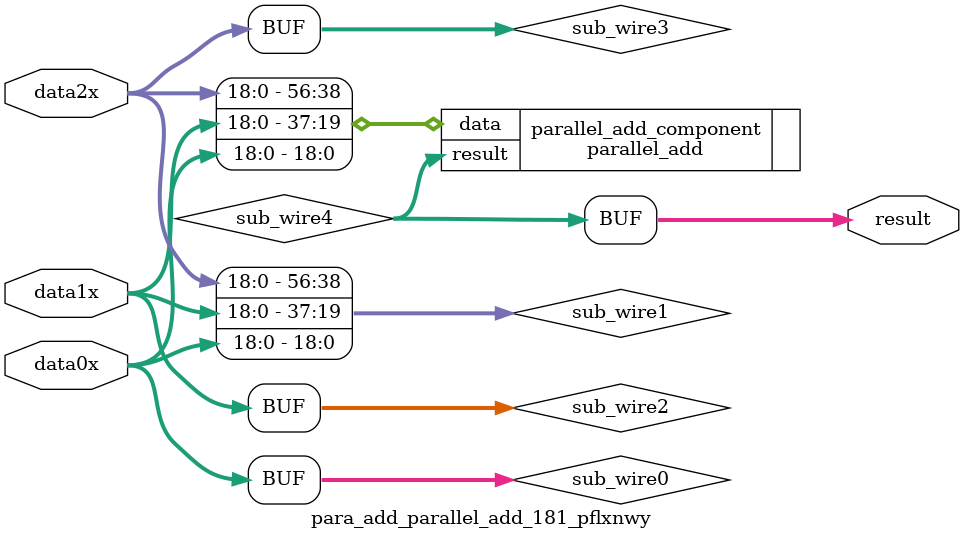
<source format=v>



`timescale 1 ps / 1 ps
// synopsys translate_on
module  para_add_parallel_add_181_pflxnwy  (
	data0x,
	data1x,
	data2x,
	result);

	input	[18:0]  data0x;
	input	[18:0]  data1x;
	input	[18:0]  data2x;
	output	[20:0]  result;

	wire [20:0] sub_wire4;
	wire [18:0] sub_wire3 = data2x[18:0];
	wire [18:0] sub_wire2 = data1x[18:0];
	wire [18:0] sub_wire0 = data0x[18:0];
	wire [56:0] sub_wire1 = {sub_wire3, sub_wire2, sub_wire0};
	wire [20:0] result = sub_wire4[20:0];

	parallel_add	parallel_add_component (
				.data (sub_wire1),
				.result (sub_wire4)
				// synopsys translate_off
				,
				.aclr (),
				.clken (),
				.clock ()
				// synopsys translate_on
				);
	defparam
		parallel_add_component.msw_subtract = "NO",
		parallel_add_component.pipeline = 0,
		parallel_add_component.representation = "UNSIGNED",
		parallel_add_component.result_alignment = "LSB",
		parallel_add_component.shift = 0,
		parallel_add_component.size = 3,
		parallel_add_component.width = 19,
		parallel_add_component.widthr = 21;


endmodule



</source>
